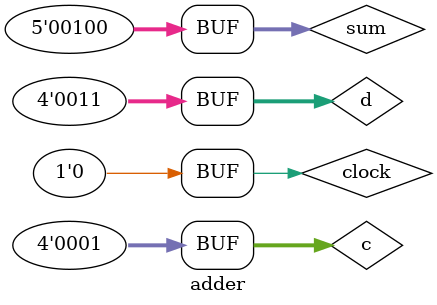
<source format=v>
module adder (
);

`timescale 1ns/1ns

wire clock = 1'b0;

wire [3:0] c, d;
wire [4:0] sum;

assign c = 4'd1;
assign d = 4'd3;

assign sum = {c[3], c} + {d[3], d};

endmodule
</source>
